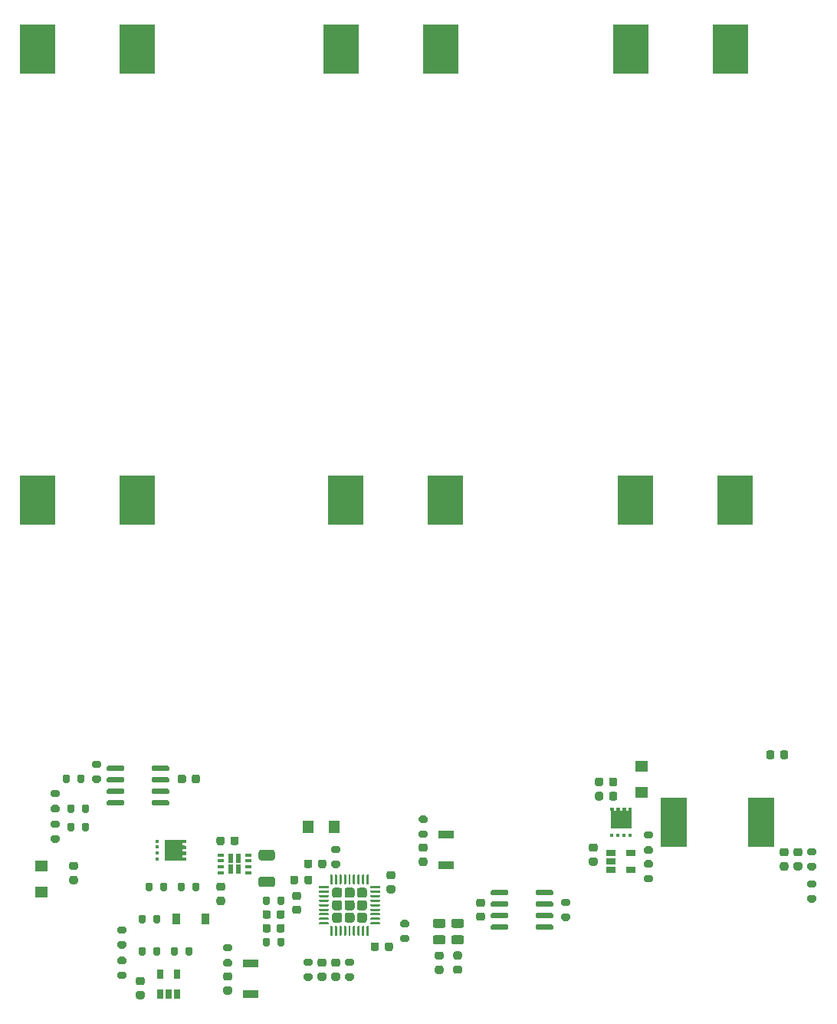
<source format=gbr>
%TF.GenerationSoftware,KiCad,Pcbnew,(5.1.8)-1*%
%TF.CreationDate,2022-01-18T09:11:41-03:30*%
%TF.ProjectId,beverageWarmer1,62657665-7261-4676-9557-61726d657231,rev?*%
%TF.SameCoordinates,Original*%
%TF.FileFunction,Paste,Top*%
%TF.FilePolarity,Positive*%
%FSLAX46Y46*%
G04 Gerber Fmt 4.6, Leading zero omitted, Abs format (unit mm)*
G04 Created by KiCad (PCBNEW (5.1.8)-1) date 2022-01-18 09:11:41*
%MOMM*%
%LPD*%
G01*
G04 APERTURE LIST*
%ADD10C,0.100000*%
%ADD11R,1.400000X1.300000*%
%ADD12R,0.900000X1.200000*%
%ADD13R,1.300000X1.400000*%
%ADD14R,2.900000X5.400000*%
%ADD15R,0.406400X0.304800*%
%ADD16R,0.431800X0.304800*%
%ADD17R,0.304800X0.406400*%
%ADD18R,0.304800X0.431800*%
%ADD19R,3.900000X5.500000*%
%ADD20R,1.700000X0.900000*%
%ADD21R,0.650000X0.350000*%
%ADD22R,0.600000X1.000000*%
%ADD23R,0.650000X1.060000*%
%ADD24R,1.060000X0.650000*%
G04 APERTURE END LIST*
D10*
%TO.C,Q1*%
G36*
X115265098Y-138065510D02*
G01*
X117475000Y-138064621D01*
X117474901Y-138369421D01*
X117068501Y-138369421D01*
X117068501Y-138714607D01*
X117474901Y-138714607D01*
X117474901Y-139019407D01*
X117068501Y-139019407D01*
X117068501Y-139364593D01*
X117474901Y-139364593D01*
X117474901Y-139669393D01*
X117068501Y-139669393D01*
X117068501Y-140014579D01*
X117474901Y-140014579D01*
X117474901Y-140319379D01*
X115265098Y-140318490D01*
X115265098Y-138065510D01*
G37*
X115265098Y-138065510D02*
X117475000Y-138064621D01*
X117474901Y-138369421D01*
X117068501Y-138369421D01*
X117068501Y-138714607D01*
X117474901Y-138714607D01*
X117474901Y-139019407D01*
X117068501Y-139019407D01*
X117068501Y-139364593D01*
X117474901Y-139364593D01*
X117474901Y-139669393D01*
X117068501Y-139669393D01*
X117068501Y-140014579D01*
X117474901Y-140014579D01*
X117474901Y-140319379D01*
X115265098Y-140318490D01*
X115265098Y-138065510D01*
%TO.C,Q4*%
G36*
X164481510Y-136702902D02*
G01*
X164480621Y-134493000D01*
X164785421Y-134493099D01*
X164785421Y-134899499D01*
X165130607Y-134899499D01*
X165130607Y-134493099D01*
X165435407Y-134493099D01*
X165435407Y-134899499D01*
X165780593Y-134899499D01*
X165780593Y-134493099D01*
X166085393Y-134493099D01*
X166085393Y-134899499D01*
X166430579Y-134899499D01*
X166430579Y-134493099D01*
X166735379Y-134493099D01*
X166734490Y-136702902D01*
X164481510Y-136702902D01*
G37*
X164481510Y-136702902D02*
X164480621Y-134493000D01*
X164785421Y-134493099D01*
X164785421Y-134899499D01*
X165130607Y-134899499D01*
X165130607Y-134493099D01*
X165435407Y-134493099D01*
X165435407Y-134899499D01*
X165780593Y-134899499D01*
X165780593Y-134493099D01*
X166085393Y-134493099D01*
X166085393Y-134899499D01*
X166430579Y-134899499D01*
X166430579Y-134493099D01*
X166735379Y-134493099D01*
X166734490Y-136702902D01*
X164481510Y-136702902D01*
%TD*%
%TO.C,U3*%
G36*
G01*
X108818000Y-130325000D02*
X108818000Y-130025000D01*
G75*
G02*
X108968000Y-129875000I150000J0D01*
G01*
X110618000Y-129875000D01*
G75*
G02*
X110768000Y-130025000I0J-150000D01*
G01*
X110768000Y-130325000D01*
G75*
G02*
X110618000Y-130475000I-150000J0D01*
G01*
X108968000Y-130475000D01*
G75*
G02*
X108818000Y-130325000I0J150000D01*
G01*
G37*
G36*
G01*
X108818000Y-131595000D02*
X108818000Y-131295000D01*
G75*
G02*
X108968000Y-131145000I150000J0D01*
G01*
X110618000Y-131145000D01*
G75*
G02*
X110768000Y-131295000I0J-150000D01*
G01*
X110768000Y-131595000D01*
G75*
G02*
X110618000Y-131745000I-150000J0D01*
G01*
X108968000Y-131745000D01*
G75*
G02*
X108818000Y-131595000I0J150000D01*
G01*
G37*
G36*
G01*
X108818000Y-132865000D02*
X108818000Y-132565000D01*
G75*
G02*
X108968000Y-132415000I150000J0D01*
G01*
X110618000Y-132415000D01*
G75*
G02*
X110768000Y-132565000I0J-150000D01*
G01*
X110768000Y-132865000D01*
G75*
G02*
X110618000Y-133015000I-150000J0D01*
G01*
X108968000Y-133015000D01*
G75*
G02*
X108818000Y-132865000I0J150000D01*
G01*
G37*
G36*
G01*
X108818000Y-134135000D02*
X108818000Y-133835000D01*
G75*
G02*
X108968000Y-133685000I150000J0D01*
G01*
X110618000Y-133685000D01*
G75*
G02*
X110768000Y-133835000I0J-150000D01*
G01*
X110768000Y-134135000D01*
G75*
G02*
X110618000Y-134285000I-150000J0D01*
G01*
X108968000Y-134285000D01*
G75*
G02*
X108818000Y-134135000I0J150000D01*
G01*
G37*
G36*
G01*
X113768000Y-134135000D02*
X113768000Y-133835000D01*
G75*
G02*
X113918000Y-133685000I150000J0D01*
G01*
X115568000Y-133685000D01*
G75*
G02*
X115718000Y-133835000I0J-150000D01*
G01*
X115718000Y-134135000D01*
G75*
G02*
X115568000Y-134285000I-150000J0D01*
G01*
X113918000Y-134285000D01*
G75*
G02*
X113768000Y-134135000I0J150000D01*
G01*
G37*
G36*
G01*
X113768000Y-132865000D02*
X113768000Y-132565000D01*
G75*
G02*
X113918000Y-132415000I150000J0D01*
G01*
X115568000Y-132415000D01*
G75*
G02*
X115718000Y-132565000I0J-150000D01*
G01*
X115718000Y-132865000D01*
G75*
G02*
X115568000Y-133015000I-150000J0D01*
G01*
X113918000Y-133015000D01*
G75*
G02*
X113768000Y-132865000I0J150000D01*
G01*
G37*
G36*
G01*
X113768000Y-131595000D02*
X113768000Y-131295000D01*
G75*
G02*
X113918000Y-131145000I150000J0D01*
G01*
X115568000Y-131145000D01*
G75*
G02*
X115718000Y-131295000I0J-150000D01*
G01*
X115718000Y-131595000D01*
G75*
G02*
X115568000Y-131745000I-150000J0D01*
G01*
X113918000Y-131745000D01*
G75*
G02*
X113768000Y-131595000I0J150000D01*
G01*
G37*
G36*
G01*
X113768000Y-130325000D02*
X113768000Y-130025000D01*
G75*
G02*
X113918000Y-129875000I150000J0D01*
G01*
X115568000Y-129875000D01*
G75*
G02*
X115718000Y-130025000I0J-150000D01*
G01*
X115718000Y-130325000D01*
G75*
G02*
X115568000Y-130475000I-150000J0D01*
G01*
X113918000Y-130475000D01*
G75*
G02*
X113768000Y-130325000I0J150000D01*
G01*
G37*
%TD*%
%TO.C,R9*%
G36*
G01*
X145091999Y-148585500D02*
X145992001Y-148585500D01*
G75*
G02*
X146242000Y-148835499I0J-249999D01*
G01*
X146242000Y-149360501D01*
G75*
G02*
X145992001Y-149610500I-249999J0D01*
G01*
X145091999Y-149610500D01*
G75*
G02*
X144842000Y-149360501I0J249999D01*
G01*
X144842000Y-148835499D01*
G75*
G02*
X145091999Y-148585500I249999J0D01*
G01*
G37*
G36*
G01*
X145091999Y-146760500D02*
X145992001Y-146760500D01*
G75*
G02*
X146242000Y-147010499I0J-249999D01*
G01*
X146242000Y-147535501D01*
G75*
G02*
X145992001Y-147785500I-249999J0D01*
G01*
X145091999Y-147785500D01*
G75*
G02*
X144842000Y-147535501I0J249999D01*
G01*
X144842000Y-147010499D01*
G75*
G02*
X145091999Y-146760500I249999J0D01*
G01*
G37*
%TD*%
%TO.C,R8*%
G36*
G01*
X147123999Y-148585500D02*
X148024001Y-148585500D01*
G75*
G02*
X148274000Y-148835499I0J-249999D01*
G01*
X148274000Y-149360501D01*
G75*
G02*
X148024001Y-149610500I-249999J0D01*
G01*
X147123999Y-149610500D01*
G75*
G02*
X146874000Y-149360501I0J249999D01*
G01*
X146874000Y-148835499D01*
G75*
G02*
X147123999Y-148585500I249999J0D01*
G01*
G37*
G36*
G01*
X147123999Y-146760500D02*
X148024001Y-146760500D01*
G75*
G02*
X148274000Y-147010499I0J-249999D01*
G01*
X148274000Y-147535501D01*
G75*
G02*
X148024001Y-147785500I-249999J0D01*
G01*
X147123999Y-147785500D01*
G75*
G02*
X146874000Y-147535501I0J249999D01*
G01*
X146874000Y-147010499D01*
G75*
G02*
X147123999Y-146760500I249999J0D01*
G01*
G37*
%TD*%
%TO.C,C1*%
G36*
G01*
X122486000Y-138426000D02*
X122486000Y-137926000D01*
G75*
G02*
X122711000Y-137701000I225000J0D01*
G01*
X123161000Y-137701000D01*
G75*
G02*
X123386000Y-137926000I0J-225000D01*
G01*
X123386000Y-138426000D01*
G75*
G02*
X123161000Y-138651000I-225000J0D01*
G01*
X122711000Y-138651000D01*
G75*
G02*
X122486000Y-138426000I0J225000D01*
G01*
G37*
G36*
G01*
X120936000Y-138426000D02*
X120936000Y-137926000D01*
G75*
G02*
X121161000Y-137701000I225000J0D01*
G01*
X121611000Y-137701000D01*
G75*
G02*
X121836000Y-137926000I0J-225000D01*
G01*
X121836000Y-138426000D01*
G75*
G02*
X121611000Y-138651000I-225000J0D01*
G01*
X121161000Y-138651000D01*
G75*
G02*
X120936000Y-138426000I0J225000D01*
G01*
G37*
%TD*%
%TO.C,C2*%
G36*
G01*
X121662000Y-143706000D02*
X121162000Y-143706000D01*
G75*
G02*
X120937000Y-143481000I0J225000D01*
G01*
X120937000Y-143031000D01*
G75*
G02*
X121162000Y-142806000I225000J0D01*
G01*
X121662000Y-142806000D01*
G75*
G02*
X121887000Y-143031000I0J-225000D01*
G01*
X121887000Y-143481000D01*
G75*
G02*
X121662000Y-143706000I-225000J0D01*
G01*
G37*
G36*
G01*
X121662000Y-145256000D02*
X121162000Y-145256000D01*
G75*
G02*
X120937000Y-145031000I0J225000D01*
G01*
X120937000Y-144581000D01*
G75*
G02*
X121162000Y-144356000I225000J0D01*
G01*
X121662000Y-144356000D01*
G75*
G02*
X121887000Y-144581000I0J-225000D01*
G01*
X121887000Y-145031000D01*
G75*
G02*
X121662000Y-145256000I-225000J0D01*
G01*
G37*
%TD*%
%TO.C,C3*%
G36*
G01*
X112772000Y-154107000D02*
X112272000Y-154107000D01*
G75*
G02*
X112047000Y-153882000I0J225000D01*
G01*
X112047000Y-153432000D01*
G75*
G02*
X112272000Y-153207000I225000J0D01*
G01*
X112772000Y-153207000D01*
G75*
G02*
X112997000Y-153432000I0J-225000D01*
G01*
X112997000Y-153882000D01*
G75*
G02*
X112772000Y-154107000I-225000J0D01*
G01*
G37*
G36*
G01*
X112772000Y-155657000D02*
X112272000Y-155657000D01*
G75*
G02*
X112047000Y-155432000I0J225000D01*
G01*
X112047000Y-154982000D01*
G75*
G02*
X112272000Y-154757000I225000J0D01*
G01*
X112772000Y-154757000D01*
G75*
G02*
X112997000Y-154982000I0J-225000D01*
G01*
X112997000Y-155432000D01*
G75*
G02*
X112772000Y-155657000I-225000J0D01*
G01*
G37*
%TD*%
%TO.C,C4*%
G36*
G01*
X127142001Y-143274000D02*
X125841999Y-143274000D01*
G75*
G02*
X125592000Y-143024001I0J249999D01*
G01*
X125592000Y-142373999D01*
G75*
G02*
X125841999Y-142124000I249999J0D01*
G01*
X127142001Y-142124000D01*
G75*
G02*
X127392000Y-142373999I0J-249999D01*
G01*
X127392000Y-143024001D01*
G75*
G02*
X127142001Y-143274000I-249999J0D01*
G01*
G37*
G36*
G01*
X127142001Y-140324000D02*
X125841999Y-140324000D01*
G75*
G02*
X125592000Y-140074001I0J249999D01*
G01*
X125592000Y-139423999D01*
G75*
G02*
X125841999Y-139174000I249999J0D01*
G01*
X127142001Y-139174000D01*
G75*
G02*
X127392000Y-139423999I0J-249999D01*
G01*
X127392000Y-140074001D01*
G75*
G02*
X127142001Y-140324000I-249999J0D01*
G01*
G37*
%TD*%
%TO.C,C5*%
G36*
G01*
X130614000Y-140966000D02*
X130614000Y-140466000D01*
G75*
G02*
X130839000Y-140241000I225000J0D01*
G01*
X131289000Y-140241000D01*
G75*
G02*
X131514000Y-140466000I0J-225000D01*
G01*
X131514000Y-140966000D01*
G75*
G02*
X131289000Y-141191000I-225000J0D01*
G01*
X130839000Y-141191000D01*
G75*
G02*
X130614000Y-140966000I0J225000D01*
G01*
G37*
G36*
G01*
X132164000Y-140966000D02*
X132164000Y-140466000D01*
G75*
G02*
X132389000Y-140241000I225000J0D01*
G01*
X132839000Y-140241000D01*
G75*
G02*
X133064000Y-140466000I0J-225000D01*
G01*
X133064000Y-140966000D01*
G75*
G02*
X132839000Y-141191000I-225000J0D01*
G01*
X132389000Y-141191000D01*
G75*
G02*
X132164000Y-140966000I0J225000D01*
G01*
G37*
%TD*%
%TO.C,C6*%
G36*
G01*
X139958000Y-141523000D02*
X140458000Y-141523000D01*
G75*
G02*
X140683000Y-141748000I0J-225000D01*
G01*
X140683000Y-142198000D01*
G75*
G02*
X140458000Y-142423000I-225000J0D01*
G01*
X139958000Y-142423000D01*
G75*
G02*
X139733000Y-142198000I0J225000D01*
G01*
X139733000Y-141748000D01*
G75*
G02*
X139958000Y-141523000I225000J0D01*
G01*
G37*
G36*
G01*
X139958000Y-143073000D02*
X140458000Y-143073000D01*
G75*
G02*
X140683000Y-143298000I0J-225000D01*
G01*
X140683000Y-143748000D01*
G75*
G02*
X140458000Y-143973000I-225000J0D01*
G01*
X139958000Y-143973000D01*
G75*
G02*
X139733000Y-143748000I0J225000D01*
G01*
X139733000Y-143298000D01*
G75*
G02*
X139958000Y-143073000I225000J0D01*
G01*
G37*
%TD*%
%TO.C,C7*%
G36*
G01*
X138880000Y-149610000D02*
X138880000Y-150110000D01*
G75*
G02*
X138655000Y-150335000I-225000J0D01*
G01*
X138205000Y-150335000D01*
G75*
G02*
X137980000Y-150110000I0J225000D01*
G01*
X137980000Y-149610000D01*
G75*
G02*
X138205000Y-149385000I225000J0D01*
G01*
X138655000Y-149385000D01*
G75*
G02*
X138880000Y-149610000I0J-225000D01*
G01*
G37*
G36*
G01*
X140430000Y-149610000D02*
X140430000Y-150110000D01*
G75*
G02*
X140205000Y-150335000I-225000J0D01*
G01*
X139755000Y-150335000D01*
G75*
G02*
X139530000Y-150110000I0J225000D01*
G01*
X139530000Y-149610000D01*
G75*
G02*
X139755000Y-149385000I225000J0D01*
G01*
X140205000Y-149385000D01*
G75*
G02*
X140430000Y-149610000I0J-225000D01*
G01*
G37*
%TD*%
%TO.C,C8*%
G36*
G01*
X149864000Y-144558000D02*
X150364000Y-144558000D01*
G75*
G02*
X150589000Y-144783000I0J-225000D01*
G01*
X150589000Y-145233000D01*
G75*
G02*
X150364000Y-145458000I-225000J0D01*
G01*
X149864000Y-145458000D01*
G75*
G02*
X149639000Y-145233000I0J225000D01*
G01*
X149639000Y-144783000D01*
G75*
G02*
X149864000Y-144558000I225000J0D01*
G01*
G37*
G36*
G01*
X149864000Y-146108000D02*
X150364000Y-146108000D01*
G75*
G02*
X150589000Y-146333000I0J-225000D01*
G01*
X150589000Y-146783000D01*
G75*
G02*
X150364000Y-147008000I-225000J0D01*
G01*
X149864000Y-147008000D01*
G75*
G02*
X149639000Y-146783000I0J225000D01*
G01*
X149639000Y-146333000D01*
G75*
G02*
X149864000Y-146108000I225000J0D01*
G01*
G37*
%TD*%
%TO.C,C9*%
G36*
G01*
X130044000Y-146246000D02*
X129544000Y-146246000D01*
G75*
G02*
X129319000Y-146021000I0J225000D01*
G01*
X129319000Y-145571000D01*
G75*
G02*
X129544000Y-145346000I225000J0D01*
G01*
X130044000Y-145346000D01*
G75*
G02*
X130269000Y-145571000I0J-225000D01*
G01*
X130269000Y-146021000D01*
G75*
G02*
X130044000Y-146246000I-225000J0D01*
G01*
G37*
G36*
G01*
X130044000Y-144696000D02*
X129544000Y-144696000D01*
G75*
G02*
X129319000Y-144471000I0J225000D01*
G01*
X129319000Y-144021000D01*
G75*
G02*
X129544000Y-143796000I225000J0D01*
G01*
X130044000Y-143796000D01*
G75*
G02*
X130269000Y-144021000I0J-225000D01*
G01*
X130269000Y-144471000D01*
G75*
G02*
X130044000Y-144696000I-225000J0D01*
G01*
G37*
%TD*%
%TO.C,C10*%
G36*
G01*
X127579000Y-148078000D02*
X127579000Y-147578000D01*
G75*
G02*
X127804000Y-147353000I225000J0D01*
G01*
X128254000Y-147353000D01*
G75*
G02*
X128479000Y-147578000I0J-225000D01*
G01*
X128479000Y-148078000D01*
G75*
G02*
X128254000Y-148303000I-225000J0D01*
G01*
X127804000Y-148303000D01*
G75*
G02*
X127579000Y-148078000I0J225000D01*
G01*
G37*
G36*
G01*
X126029000Y-148078000D02*
X126029000Y-147578000D01*
G75*
G02*
X126254000Y-147353000I225000J0D01*
G01*
X126704000Y-147353000D01*
G75*
G02*
X126929000Y-147578000I0J-225000D01*
G01*
X126929000Y-148078000D01*
G75*
G02*
X126704000Y-148303000I-225000J0D01*
G01*
X126254000Y-148303000D01*
G75*
G02*
X126029000Y-148078000I0J225000D01*
G01*
G37*
%TD*%
%TO.C,C11*%
G36*
G01*
X126029000Y-146554000D02*
X126029000Y-146054000D01*
G75*
G02*
X126254000Y-145829000I225000J0D01*
G01*
X126704000Y-145829000D01*
G75*
G02*
X126929000Y-146054000I0J-225000D01*
G01*
X126929000Y-146554000D01*
G75*
G02*
X126704000Y-146779000I-225000J0D01*
G01*
X126254000Y-146779000D01*
G75*
G02*
X126029000Y-146554000I0J225000D01*
G01*
G37*
G36*
G01*
X127579000Y-146554000D02*
X127579000Y-146054000D01*
G75*
G02*
X127804000Y-145829000I225000J0D01*
G01*
X128254000Y-145829000D01*
G75*
G02*
X128479000Y-146054000I0J-225000D01*
G01*
X128479000Y-146554000D01*
G75*
G02*
X128254000Y-146779000I-225000J0D01*
G01*
X127804000Y-146779000D01*
G75*
G02*
X127579000Y-146554000I0J225000D01*
G01*
G37*
%TD*%
%TO.C,C12*%
G36*
G01*
X134362000Y-152075000D02*
X133862000Y-152075000D01*
G75*
G02*
X133637000Y-151850000I0J225000D01*
G01*
X133637000Y-151400000D01*
G75*
G02*
X133862000Y-151175000I225000J0D01*
G01*
X134362000Y-151175000D01*
G75*
G02*
X134587000Y-151400000I0J-225000D01*
G01*
X134587000Y-151850000D01*
G75*
G02*
X134362000Y-152075000I-225000J0D01*
G01*
G37*
G36*
G01*
X134362000Y-153625000D02*
X133862000Y-153625000D01*
G75*
G02*
X133637000Y-153400000I0J225000D01*
G01*
X133637000Y-152950000D01*
G75*
G02*
X133862000Y-152725000I225000J0D01*
G01*
X134362000Y-152725000D01*
G75*
G02*
X134587000Y-152950000I0J-225000D01*
G01*
X134587000Y-153400000D01*
G75*
G02*
X134362000Y-153625000I-225000J0D01*
G01*
G37*
%TD*%
%TO.C,C13*%
G36*
G01*
X132838000Y-153625000D02*
X132338000Y-153625000D01*
G75*
G02*
X132113000Y-153400000I0J225000D01*
G01*
X132113000Y-152950000D01*
G75*
G02*
X132338000Y-152725000I225000J0D01*
G01*
X132838000Y-152725000D01*
G75*
G02*
X133063000Y-152950000I0J-225000D01*
G01*
X133063000Y-153400000D01*
G75*
G02*
X132838000Y-153625000I-225000J0D01*
G01*
G37*
G36*
G01*
X132838000Y-152075000D02*
X132338000Y-152075000D01*
G75*
G02*
X132113000Y-151850000I0J225000D01*
G01*
X132113000Y-151400000D01*
G75*
G02*
X132338000Y-151175000I225000J0D01*
G01*
X132838000Y-151175000D01*
G75*
G02*
X133063000Y-151400000I0J-225000D01*
G01*
X133063000Y-151850000D01*
G75*
G02*
X132838000Y-152075000I-225000J0D01*
G01*
G37*
%TD*%
%TO.C,C14*%
G36*
G01*
X144014000Y-140938000D02*
X143514000Y-140938000D01*
G75*
G02*
X143289000Y-140713000I0J225000D01*
G01*
X143289000Y-140263000D01*
G75*
G02*
X143514000Y-140038000I225000J0D01*
G01*
X144014000Y-140038000D01*
G75*
G02*
X144239000Y-140263000I0J-225000D01*
G01*
X144239000Y-140713000D01*
G75*
G02*
X144014000Y-140938000I-225000J0D01*
G01*
G37*
G36*
G01*
X144014000Y-139388000D02*
X143514000Y-139388000D01*
G75*
G02*
X143289000Y-139163000I0J225000D01*
G01*
X143289000Y-138713000D01*
G75*
G02*
X143514000Y-138488000I225000J0D01*
G01*
X144014000Y-138488000D01*
G75*
G02*
X144239000Y-138713000I0J-225000D01*
G01*
X144239000Y-139163000D01*
G75*
G02*
X144014000Y-139388000I-225000J0D01*
G01*
G37*
%TD*%
%TO.C,C15*%
G36*
G01*
X164307400Y-133498400D02*
X164307400Y-132998400D01*
G75*
G02*
X164532400Y-132773400I225000J0D01*
G01*
X164982400Y-132773400D01*
G75*
G02*
X165207400Y-132998400I0J-225000D01*
G01*
X165207400Y-133498400D01*
G75*
G02*
X164982400Y-133723400I-225000J0D01*
G01*
X164532400Y-133723400D01*
G75*
G02*
X164307400Y-133498400I0J225000D01*
G01*
G37*
G36*
G01*
X162757400Y-133498400D02*
X162757400Y-132998400D01*
G75*
G02*
X162982400Y-132773400I225000J0D01*
G01*
X163432400Y-132773400D01*
G75*
G02*
X163657400Y-132998400I0J-225000D01*
G01*
X163657400Y-133498400D01*
G75*
G02*
X163432400Y-133723400I-225000J0D01*
G01*
X162982400Y-133723400D01*
G75*
G02*
X162757400Y-133498400I0J225000D01*
G01*
G37*
%TD*%
%TO.C,C16*%
G36*
G01*
X183892000Y-139896000D02*
X183392000Y-139896000D01*
G75*
G02*
X183167000Y-139671000I0J225000D01*
G01*
X183167000Y-139221000D01*
G75*
G02*
X183392000Y-138996000I225000J0D01*
G01*
X183892000Y-138996000D01*
G75*
G02*
X184117000Y-139221000I0J-225000D01*
G01*
X184117000Y-139671000D01*
G75*
G02*
X183892000Y-139896000I-225000J0D01*
G01*
G37*
G36*
G01*
X183892000Y-141446000D02*
X183392000Y-141446000D01*
G75*
G02*
X183167000Y-141221000I0J225000D01*
G01*
X183167000Y-140771000D01*
G75*
G02*
X183392000Y-140546000I225000J0D01*
G01*
X183892000Y-140546000D01*
G75*
G02*
X184117000Y-140771000I0J-225000D01*
G01*
X184117000Y-141221000D01*
G75*
G02*
X183892000Y-141446000I-225000J0D01*
G01*
G37*
%TD*%
%TO.C,C17*%
G36*
G01*
X122424000Y-153599000D02*
X121924000Y-153599000D01*
G75*
G02*
X121699000Y-153374000I0J225000D01*
G01*
X121699000Y-152924000D01*
G75*
G02*
X121924000Y-152699000I225000J0D01*
G01*
X122424000Y-152699000D01*
G75*
G02*
X122649000Y-152924000I0J-225000D01*
G01*
X122649000Y-153374000D01*
G75*
G02*
X122424000Y-153599000I-225000J0D01*
G01*
G37*
G36*
G01*
X122424000Y-155149000D02*
X121924000Y-155149000D01*
G75*
G02*
X121699000Y-154924000I0J225000D01*
G01*
X121699000Y-154474000D01*
G75*
G02*
X121924000Y-154249000I225000J0D01*
G01*
X122424000Y-154249000D01*
G75*
G02*
X122649000Y-154474000I0J-225000D01*
G01*
X122649000Y-154924000D01*
G75*
G02*
X122424000Y-155149000I-225000J0D01*
G01*
G37*
%TD*%
%TO.C,C18*%
G36*
G01*
X162310000Y-138475000D02*
X162810000Y-138475000D01*
G75*
G02*
X163035000Y-138700000I0J-225000D01*
G01*
X163035000Y-139150000D01*
G75*
G02*
X162810000Y-139375000I-225000J0D01*
G01*
X162310000Y-139375000D01*
G75*
G02*
X162085000Y-139150000I0J225000D01*
G01*
X162085000Y-138700000D01*
G75*
G02*
X162310000Y-138475000I225000J0D01*
G01*
G37*
G36*
G01*
X162310000Y-140025000D02*
X162810000Y-140025000D01*
G75*
G02*
X163035000Y-140250000I0J-225000D01*
G01*
X163035000Y-140700000D01*
G75*
G02*
X162810000Y-140925000I-225000J0D01*
G01*
X162310000Y-140925000D01*
G75*
G02*
X162085000Y-140700000I0J225000D01*
G01*
X162085000Y-140250000D01*
G75*
G02*
X162310000Y-140025000I225000J0D01*
G01*
G37*
%TD*%
%TO.C,C19*%
G36*
G01*
X116664020Y-131595940D02*
X116664020Y-131095940D01*
G75*
G02*
X116889020Y-130870940I225000J0D01*
G01*
X117339020Y-130870940D01*
G75*
G02*
X117564020Y-131095940I0J-225000D01*
G01*
X117564020Y-131595940D01*
G75*
G02*
X117339020Y-131820940I-225000J0D01*
G01*
X116889020Y-131820940D01*
G75*
G02*
X116664020Y-131595940I0J225000D01*
G01*
G37*
G36*
G01*
X118214020Y-131595940D02*
X118214020Y-131095940D01*
G75*
G02*
X118439020Y-130870940I225000J0D01*
G01*
X118889020Y-130870940D01*
G75*
G02*
X119114020Y-131095940I0J-225000D01*
G01*
X119114020Y-131595940D01*
G75*
G02*
X118889020Y-131820940I-225000J0D01*
G01*
X118439020Y-131820940D01*
G75*
G02*
X118214020Y-131595940I0J225000D01*
G01*
G37*
%TD*%
D11*
%TO.C,D1*%
X101600000Y-140970000D03*
X101600000Y-143870000D03*
%TD*%
D12*
%TO.C,D2*%
X116460000Y-146812000D03*
X119760000Y-146812000D03*
%TD*%
%TO.C,D3*%
G36*
G01*
X147830250Y-152837500D02*
X147317750Y-152837500D01*
G75*
G02*
X147099000Y-152618750I0J218750D01*
G01*
X147099000Y-152181250D01*
G75*
G02*
X147317750Y-151962500I218750J0D01*
G01*
X147830250Y-151962500D01*
G75*
G02*
X148049000Y-152181250I0J-218750D01*
G01*
X148049000Y-152618750D01*
G75*
G02*
X147830250Y-152837500I-218750J0D01*
G01*
G37*
G36*
G01*
X147830250Y-151262500D02*
X147317750Y-151262500D01*
G75*
G02*
X147099000Y-151043750I0J218750D01*
G01*
X147099000Y-150606250D01*
G75*
G02*
X147317750Y-150387500I218750J0D01*
G01*
X147830250Y-150387500D01*
G75*
G02*
X148049000Y-150606250I0J-218750D01*
G01*
X148049000Y-151043750D01*
G75*
G02*
X147830250Y-151262500I-218750J0D01*
G01*
G37*
%TD*%
%TO.C,D4*%
G36*
G01*
X145798250Y-151288000D02*
X145285750Y-151288000D01*
G75*
G02*
X145067000Y-151069250I0J218750D01*
G01*
X145067000Y-150631750D01*
G75*
G02*
X145285750Y-150413000I218750J0D01*
G01*
X145798250Y-150413000D01*
G75*
G02*
X146017000Y-150631750I0J-218750D01*
G01*
X146017000Y-151069250D01*
G75*
G02*
X145798250Y-151288000I-218750J0D01*
G01*
G37*
G36*
G01*
X145798250Y-152863000D02*
X145285750Y-152863000D01*
G75*
G02*
X145067000Y-152644250I0J218750D01*
G01*
X145067000Y-152206750D01*
G75*
G02*
X145285750Y-151988000I218750J0D01*
G01*
X145798250Y-151988000D01*
G75*
G02*
X146017000Y-152206750I0J-218750D01*
G01*
X146017000Y-152644250D01*
G75*
G02*
X145798250Y-152863000I-218750J0D01*
G01*
G37*
%TD*%
D13*
%TO.C,D5*%
X133964000Y-136652000D03*
X131064000Y-136652000D03*
%TD*%
D11*
%TO.C,D6*%
X167894000Y-132842000D03*
X167894000Y-129942000D03*
%TD*%
%TO.C,F1*%
G36*
G01*
X105412250Y-142957000D02*
X104899750Y-142957000D01*
G75*
G02*
X104681000Y-142738250I0J218750D01*
G01*
X104681000Y-142300750D01*
G75*
G02*
X104899750Y-142082000I218750J0D01*
G01*
X105412250Y-142082000D01*
G75*
G02*
X105631000Y-142300750I0J-218750D01*
G01*
X105631000Y-142738250D01*
G75*
G02*
X105412250Y-142957000I-218750J0D01*
G01*
G37*
G36*
G01*
X105412250Y-141382000D02*
X104899750Y-141382000D01*
G75*
G02*
X104681000Y-141163250I0J218750D01*
G01*
X104681000Y-140725750D01*
G75*
G02*
X104899750Y-140507000I218750J0D01*
G01*
X105412250Y-140507000D01*
G75*
G02*
X105631000Y-140725750I0J-218750D01*
G01*
X105631000Y-141163250D01*
G75*
G02*
X105412250Y-141382000I-218750J0D01*
G01*
G37*
%TD*%
%TO.C,FB1*%
G36*
G01*
X129077000Y-142750250D02*
X129077000Y-142237750D01*
G75*
G02*
X129295750Y-142019000I218750J0D01*
G01*
X129733250Y-142019000D01*
G75*
G02*
X129952000Y-142237750I0J-218750D01*
G01*
X129952000Y-142750250D01*
G75*
G02*
X129733250Y-142969000I-218750J0D01*
G01*
X129295750Y-142969000D01*
G75*
G02*
X129077000Y-142750250I0J218750D01*
G01*
G37*
G36*
G01*
X130652000Y-142750250D02*
X130652000Y-142237750D01*
G75*
G02*
X130870750Y-142019000I218750J0D01*
G01*
X131308250Y-142019000D01*
G75*
G02*
X131527000Y-142237750I0J-218750D01*
G01*
X131527000Y-142750250D01*
G75*
G02*
X131308250Y-142969000I-218750J0D01*
G01*
X130870750Y-142969000D01*
G75*
G02*
X130652000Y-142750250I0J218750D01*
G01*
G37*
%TD*%
D14*
%TO.C,L1*%
X171426000Y-136144000D03*
X181126000Y-136144000D03*
%TD*%
D15*
%TO.C,Q1*%
X117271701Y-138217021D03*
X117271701Y-138867007D03*
X117271701Y-139516993D03*
X117271701Y-140166979D03*
D16*
X114388999Y-140166979D03*
X114388999Y-139516993D03*
X114388999Y-138867007D03*
X114388999Y-138217021D03*
%TD*%
D17*
%TO.C,Q4*%
X164633021Y-134696299D03*
X165283007Y-134696299D03*
X165932993Y-134696299D03*
X166582979Y-134696299D03*
D18*
X166582979Y-137579001D03*
X165932993Y-137579001D03*
X165283007Y-137579001D03*
X164633021Y-137579001D03*
%TD*%
%TO.C,R1*%
G36*
G01*
X134387000Y-139529000D02*
X133837000Y-139529000D01*
G75*
G02*
X133637000Y-139329000I0J200000D01*
G01*
X133637000Y-138929000D01*
G75*
G02*
X133837000Y-138729000I200000J0D01*
G01*
X134387000Y-138729000D01*
G75*
G02*
X134587000Y-138929000I0J-200000D01*
G01*
X134587000Y-139329000D01*
G75*
G02*
X134387000Y-139529000I-200000J0D01*
G01*
G37*
G36*
G01*
X134387000Y-141179000D02*
X133837000Y-141179000D01*
G75*
G02*
X133637000Y-140979000I0J200000D01*
G01*
X133637000Y-140579000D01*
G75*
G02*
X133837000Y-140379000I200000J0D01*
G01*
X134387000Y-140379000D01*
G75*
G02*
X134587000Y-140579000I0J-200000D01*
G01*
X134587000Y-140979000D01*
G75*
G02*
X134387000Y-141179000I-200000J0D01*
G01*
G37*
%TD*%
%TO.C,R2*%
G36*
G01*
X114725000Y-143531000D02*
X114725000Y-142981000D01*
G75*
G02*
X114925000Y-142781000I200000J0D01*
G01*
X115325000Y-142781000D01*
G75*
G02*
X115525000Y-142981000I0J-200000D01*
G01*
X115525000Y-143531000D01*
G75*
G02*
X115325000Y-143731000I-200000J0D01*
G01*
X114925000Y-143731000D01*
G75*
G02*
X114725000Y-143531000I0J200000D01*
G01*
G37*
G36*
G01*
X113075000Y-143531000D02*
X113075000Y-142981000D01*
G75*
G02*
X113275000Y-142781000I200000J0D01*
G01*
X113675000Y-142781000D01*
G75*
G02*
X113875000Y-142981000I0J-200000D01*
G01*
X113875000Y-143531000D01*
G75*
G02*
X113675000Y-143731000I-200000J0D01*
G01*
X113275000Y-143731000D01*
G75*
G02*
X113075000Y-143531000I0J200000D01*
G01*
G37*
%TD*%
%TO.C,R3*%
G36*
G01*
X116631000Y-143531000D02*
X116631000Y-142981000D01*
G75*
G02*
X116831000Y-142781000I200000J0D01*
G01*
X117231000Y-142781000D01*
G75*
G02*
X117431000Y-142981000I0J-200000D01*
G01*
X117431000Y-143531000D01*
G75*
G02*
X117231000Y-143731000I-200000J0D01*
G01*
X116831000Y-143731000D01*
G75*
G02*
X116631000Y-143531000I0J200000D01*
G01*
G37*
G36*
G01*
X118281000Y-143531000D02*
X118281000Y-142981000D01*
G75*
G02*
X118481000Y-142781000I200000J0D01*
G01*
X118881000Y-142781000D01*
G75*
G02*
X119081000Y-142981000I0J-200000D01*
G01*
X119081000Y-143531000D01*
G75*
G02*
X118881000Y-143731000I-200000J0D01*
G01*
X118481000Y-143731000D01*
G75*
G02*
X118281000Y-143531000I0J200000D01*
G01*
G37*
%TD*%
%TO.C,R4*%
G36*
G01*
X112313000Y-147087000D02*
X112313000Y-146537000D01*
G75*
G02*
X112513000Y-146337000I200000J0D01*
G01*
X112913000Y-146337000D01*
G75*
G02*
X113113000Y-146537000I0J-200000D01*
G01*
X113113000Y-147087000D01*
G75*
G02*
X112913000Y-147287000I-200000J0D01*
G01*
X112513000Y-147287000D01*
G75*
G02*
X112313000Y-147087000I0J200000D01*
G01*
G37*
G36*
G01*
X113963000Y-147087000D02*
X113963000Y-146537000D01*
G75*
G02*
X114163000Y-146337000I200000J0D01*
G01*
X114563000Y-146337000D01*
G75*
G02*
X114763000Y-146537000I0J-200000D01*
G01*
X114763000Y-147087000D01*
G75*
G02*
X114563000Y-147287000I-200000J0D01*
G01*
X114163000Y-147287000D01*
G75*
G02*
X113963000Y-147087000I0J200000D01*
G01*
G37*
%TD*%
%TO.C,R5*%
G36*
G01*
X113963000Y-150643000D02*
X113963000Y-150093000D01*
G75*
G02*
X114163000Y-149893000I200000J0D01*
G01*
X114563000Y-149893000D01*
G75*
G02*
X114763000Y-150093000I0J-200000D01*
G01*
X114763000Y-150643000D01*
G75*
G02*
X114563000Y-150843000I-200000J0D01*
G01*
X114163000Y-150843000D01*
G75*
G02*
X113963000Y-150643000I0J200000D01*
G01*
G37*
G36*
G01*
X112313000Y-150643000D02*
X112313000Y-150093000D01*
G75*
G02*
X112513000Y-149893000I200000J0D01*
G01*
X112913000Y-149893000D01*
G75*
G02*
X113113000Y-150093000I0J-200000D01*
G01*
X113113000Y-150643000D01*
G75*
G02*
X112913000Y-150843000I-200000J0D01*
G01*
X112513000Y-150843000D01*
G75*
G02*
X112313000Y-150643000I0J200000D01*
G01*
G37*
%TD*%
%TO.C,R6*%
G36*
G01*
X115869000Y-150643000D02*
X115869000Y-150093000D01*
G75*
G02*
X116069000Y-149893000I200000J0D01*
G01*
X116469000Y-149893000D01*
G75*
G02*
X116669000Y-150093000I0J-200000D01*
G01*
X116669000Y-150643000D01*
G75*
G02*
X116469000Y-150843000I-200000J0D01*
G01*
X116069000Y-150843000D01*
G75*
G02*
X115869000Y-150643000I0J200000D01*
G01*
G37*
G36*
G01*
X117519000Y-150643000D02*
X117519000Y-150093000D01*
G75*
G02*
X117719000Y-149893000I200000J0D01*
G01*
X118119000Y-149893000D01*
G75*
G02*
X118319000Y-150093000I0J-200000D01*
G01*
X118319000Y-150643000D01*
G75*
G02*
X118119000Y-150843000I-200000J0D01*
G01*
X117719000Y-150843000D01*
G75*
G02*
X117519000Y-150643000I0J200000D01*
G01*
G37*
%TD*%
%TO.C,R7*%
G36*
G01*
X110765000Y-153434000D02*
X110215000Y-153434000D01*
G75*
G02*
X110015000Y-153234000I0J200000D01*
G01*
X110015000Y-152834000D01*
G75*
G02*
X110215000Y-152634000I200000J0D01*
G01*
X110765000Y-152634000D01*
G75*
G02*
X110965000Y-152834000I0J-200000D01*
G01*
X110965000Y-153234000D01*
G75*
G02*
X110765000Y-153434000I-200000J0D01*
G01*
G37*
G36*
G01*
X110765000Y-151784000D02*
X110215000Y-151784000D01*
G75*
G02*
X110015000Y-151584000I0J200000D01*
G01*
X110015000Y-151184000D01*
G75*
G02*
X110215000Y-150984000I200000J0D01*
G01*
X110765000Y-150984000D01*
G75*
G02*
X110965000Y-151184000I0J-200000D01*
G01*
X110965000Y-151584000D01*
G75*
G02*
X110765000Y-151784000I-200000J0D01*
G01*
G37*
%TD*%
%TO.C,R10*%
G36*
G01*
X110215000Y-147619000D02*
X110765000Y-147619000D01*
G75*
G02*
X110965000Y-147819000I0J-200000D01*
G01*
X110965000Y-148219000D01*
G75*
G02*
X110765000Y-148419000I-200000J0D01*
G01*
X110215000Y-148419000D01*
G75*
G02*
X110015000Y-148219000I0J200000D01*
G01*
X110015000Y-147819000D01*
G75*
G02*
X110215000Y-147619000I200000J0D01*
G01*
G37*
G36*
G01*
X110215000Y-149269000D02*
X110765000Y-149269000D01*
G75*
G02*
X110965000Y-149469000I0J-200000D01*
G01*
X110965000Y-149869000D01*
G75*
G02*
X110765000Y-150069000I-200000J0D01*
G01*
X110215000Y-150069000D01*
G75*
G02*
X110015000Y-149869000I0J200000D01*
G01*
X110015000Y-149469000D01*
G75*
G02*
X110215000Y-149269000I200000J0D01*
G01*
G37*
%TD*%
%TO.C,R11*%
G36*
G01*
X143489000Y-137045601D02*
X144039000Y-137045601D01*
G75*
G02*
X144239000Y-137245601I0J-200000D01*
G01*
X144239000Y-137645601D01*
G75*
G02*
X144039000Y-137845601I-200000J0D01*
G01*
X143489000Y-137845601D01*
G75*
G02*
X143289000Y-137645601I0J200000D01*
G01*
X143289000Y-137245601D01*
G75*
G02*
X143489000Y-137045601I200000J0D01*
G01*
G37*
G36*
G01*
X143489000Y-135395601D02*
X144039000Y-135395601D01*
G75*
G02*
X144239000Y-135595601I0J-200000D01*
G01*
X144239000Y-135995601D01*
G75*
G02*
X144039000Y-136195601I-200000J0D01*
G01*
X143489000Y-136195601D01*
G75*
G02*
X143289000Y-135995601I0J200000D01*
G01*
X143289000Y-135595601D01*
G75*
G02*
X143489000Y-135395601I200000J0D01*
G01*
G37*
%TD*%
%TO.C,R12*%
G36*
G01*
X131339000Y-151975000D02*
X130789000Y-151975000D01*
G75*
G02*
X130589000Y-151775000I0J200000D01*
G01*
X130589000Y-151375000D01*
G75*
G02*
X130789000Y-151175000I200000J0D01*
G01*
X131339000Y-151175000D01*
G75*
G02*
X131539000Y-151375000I0J-200000D01*
G01*
X131539000Y-151775000D01*
G75*
G02*
X131339000Y-151975000I-200000J0D01*
G01*
G37*
G36*
G01*
X131339000Y-153625000D02*
X130789000Y-153625000D01*
G75*
G02*
X130589000Y-153425000I0J200000D01*
G01*
X130589000Y-153025000D01*
G75*
G02*
X130789000Y-152825000I200000J0D01*
G01*
X131339000Y-152825000D01*
G75*
G02*
X131539000Y-153025000I0J-200000D01*
G01*
X131539000Y-153425000D01*
G75*
G02*
X131339000Y-153625000I-200000J0D01*
G01*
G37*
%TD*%
%TO.C,R13*%
G36*
G01*
X159787000Y-147021000D02*
X159237000Y-147021000D01*
G75*
G02*
X159037000Y-146821000I0J200000D01*
G01*
X159037000Y-146421000D01*
G75*
G02*
X159237000Y-146221000I200000J0D01*
G01*
X159787000Y-146221000D01*
G75*
G02*
X159987000Y-146421000I0J-200000D01*
G01*
X159987000Y-146821000D01*
G75*
G02*
X159787000Y-147021000I-200000J0D01*
G01*
G37*
G36*
G01*
X159787000Y-145371000D02*
X159237000Y-145371000D01*
G75*
G02*
X159037000Y-145171000I0J200000D01*
G01*
X159037000Y-144771000D01*
G75*
G02*
X159237000Y-144571000I200000J0D01*
G01*
X159787000Y-144571000D01*
G75*
G02*
X159987000Y-144771000I0J-200000D01*
G01*
X159987000Y-145171000D01*
G75*
G02*
X159787000Y-145371000I-200000J0D01*
G01*
G37*
%TD*%
%TO.C,R14*%
G36*
G01*
X135911000Y-153625000D02*
X135361000Y-153625000D01*
G75*
G02*
X135161000Y-153425000I0J200000D01*
G01*
X135161000Y-153025000D01*
G75*
G02*
X135361000Y-152825000I200000J0D01*
G01*
X135911000Y-152825000D01*
G75*
G02*
X136111000Y-153025000I0J-200000D01*
G01*
X136111000Y-153425000D01*
G75*
G02*
X135911000Y-153625000I-200000J0D01*
G01*
G37*
G36*
G01*
X135911000Y-151975000D02*
X135361000Y-151975000D01*
G75*
G02*
X135161000Y-151775000I0J200000D01*
G01*
X135161000Y-151375000D01*
G75*
G02*
X135361000Y-151175000I200000J0D01*
G01*
X135911000Y-151175000D01*
G75*
G02*
X136111000Y-151375000I0J-200000D01*
G01*
X136111000Y-151775000D01*
G75*
G02*
X135911000Y-151975000I-200000J0D01*
G01*
G37*
%TD*%
%TO.C,R15*%
G36*
G01*
X127679000Y-145055000D02*
X127679000Y-144505000D01*
G75*
G02*
X127879000Y-144305000I200000J0D01*
G01*
X128279000Y-144305000D01*
G75*
G02*
X128479000Y-144505000I0J-200000D01*
G01*
X128479000Y-145055000D01*
G75*
G02*
X128279000Y-145255000I-200000J0D01*
G01*
X127879000Y-145255000D01*
G75*
G02*
X127679000Y-145055000I0J200000D01*
G01*
G37*
G36*
G01*
X126029000Y-145055000D02*
X126029000Y-144505000D01*
G75*
G02*
X126229000Y-144305000I200000J0D01*
G01*
X126629000Y-144305000D01*
G75*
G02*
X126829000Y-144505000I0J-200000D01*
G01*
X126829000Y-145055000D01*
G75*
G02*
X126629000Y-145255000I-200000J0D01*
G01*
X126229000Y-145255000D01*
G75*
G02*
X126029000Y-145055000I0J200000D01*
G01*
G37*
%TD*%
%TO.C,R16*%
G36*
G01*
X127679000Y-149627000D02*
X127679000Y-149077000D01*
G75*
G02*
X127879000Y-148877000I200000J0D01*
G01*
X128279000Y-148877000D01*
G75*
G02*
X128479000Y-149077000I0J-200000D01*
G01*
X128479000Y-149627000D01*
G75*
G02*
X128279000Y-149827000I-200000J0D01*
G01*
X127879000Y-149827000D01*
G75*
G02*
X127679000Y-149627000I0J200000D01*
G01*
G37*
G36*
G01*
X126029000Y-149627000D02*
X126029000Y-149077000D01*
G75*
G02*
X126229000Y-148877000I200000J0D01*
G01*
X126629000Y-148877000D01*
G75*
G02*
X126829000Y-149077000I0J-200000D01*
G01*
X126829000Y-149627000D01*
G75*
G02*
X126629000Y-149827000I-200000J0D01*
G01*
X126229000Y-149827000D01*
G75*
G02*
X126029000Y-149627000I0J200000D01*
G01*
G37*
%TD*%
%TO.C,R17*%
G36*
G01*
X121899000Y-151238000D02*
X122449000Y-151238000D01*
G75*
G02*
X122649000Y-151438000I0J-200000D01*
G01*
X122649000Y-151838000D01*
G75*
G02*
X122449000Y-152038000I-200000J0D01*
G01*
X121899000Y-152038000D01*
G75*
G02*
X121699000Y-151838000I0J200000D01*
G01*
X121699000Y-151438000D01*
G75*
G02*
X121899000Y-151238000I200000J0D01*
G01*
G37*
G36*
G01*
X121899000Y-149588000D02*
X122449000Y-149588000D01*
G75*
G02*
X122649000Y-149788000I0J-200000D01*
G01*
X122649000Y-150188000D01*
G75*
G02*
X122449000Y-150388000I-200000J0D01*
G01*
X121899000Y-150388000D01*
G75*
G02*
X121699000Y-150188000I0J200000D01*
G01*
X121699000Y-149788000D01*
G75*
G02*
X121899000Y-149588000I200000J0D01*
G01*
G37*
%TD*%
%TO.C,R18*%
G36*
G01*
X142007000Y-147720000D02*
X141457000Y-147720000D01*
G75*
G02*
X141257000Y-147520000I0J200000D01*
G01*
X141257000Y-147120000D01*
G75*
G02*
X141457000Y-146920000I200000J0D01*
G01*
X142007000Y-146920000D01*
G75*
G02*
X142207000Y-147120000I0J-200000D01*
G01*
X142207000Y-147520000D01*
G75*
G02*
X142007000Y-147720000I-200000J0D01*
G01*
G37*
G36*
G01*
X142007000Y-149370000D02*
X141457000Y-149370000D01*
G75*
G02*
X141257000Y-149170000I0J200000D01*
G01*
X141257000Y-148770000D01*
G75*
G02*
X141457000Y-148570000I200000J0D01*
G01*
X142007000Y-148570000D01*
G75*
G02*
X142207000Y-148770000I0J-200000D01*
G01*
X142207000Y-149170000D01*
G75*
G02*
X142007000Y-149370000I-200000J0D01*
G01*
G37*
%TD*%
%TO.C,R19*%
G36*
G01*
X103399000Y-136735000D02*
X102849000Y-136735000D01*
G75*
G02*
X102649000Y-136535000I0J200000D01*
G01*
X102649000Y-136135000D01*
G75*
G02*
X102849000Y-135935000I200000J0D01*
G01*
X103399000Y-135935000D01*
G75*
G02*
X103599000Y-136135000I0J-200000D01*
G01*
X103599000Y-136535000D01*
G75*
G02*
X103399000Y-136735000I-200000J0D01*
G01*
G37*
G36*
G01*
X103399000Y-138385000D02*
X102849000Y-138385000D01*
G75*
G02*
X102649000Y-138185000I0J200000D01*
G01*
X102649000Y-137785000D01*
G75*
G02*
X102849000Y-137585000I200000J0D01*
G01*
X103399000Y-137585000D01*
G75*
G02*
X103599000Y-137785000I0J-200000D01*
G01*
X103599000Y-138185000D01*
G75*
G02*
X103399000Y-138385000I-200000J0D01*
G01*
G37*
%TD*%
%TO.C,R20*%
G36*
G01*
X168931000Y-142766000D02*
X168381000Y-142766000D01*
G75*
G02*
X168181000Y-142566000I0J200000D01*
G01*
X168181000Y-142166000D01*
G75*
G02*
X168381000Y-141966000I200000J0D01*
G01*
X168931000Y-141966000D01*
G75*
G02*
X169131000Y-142166000I0J-200000D01*
G01*
X169131000Y-142566000D01*
G75*
G02*
X168931000Y-142766000I-200000J0D01*
G01*
G37*
G36*
G01*
X168931000Y-141116000D02*
X168381000Y-141116000D01*
G75*
G02*
X168181000Y-140916000I0J200000D01*
G01*
X168181000Y-140516000D01*
G75*
G02*
X168381000Y-140316000I200000J0D01*
G01*
X168931000Y-140316000D01*
G75*
G02*
X169131000Y-140516000I0J-200000D01*
G01*
X169131000Y-140916000D01*
G75*
G02*
X168931000Y-141116000I-200000J0D01*
G01*
G37*
%TD*%
%TO.C,R21*%
G36*
G01*
X102849000Y-132570000D02*
X103399000Y-132570000D01*
G75*
G02*
X103599000Y-132770000I0J-200000D01*
G01*
X103599000Y-133170000D01*
G75*
G02*
X103399000Y-133370000I-200000J0D01*
G01*
X102849000Y-133370000D01*
G75*
G02*
X102649000Y-133170000I0J200000D01*
G01*
X102649000Y-132770000D01*
G75*
G02*
X102849000Y-132570000I200000J0D01*
G01*
G37*
G36*
G01*
X102849000Y-134220000D02*
X103399000Y-134220000D01*
G75*
G02*
X103599000Y-134420000I0J-200000D01*
G01*
X103599000Y-134820000D01*
G75*
G02*
X103399000Y-135020000I-200000J0D01*
G01*
X102849000Y-135020000D01*
G75*
G02*
X102649000Y-134820000I0J200000D01*
G01*
X102649000Y-134420000D01*
G75*
G02*
X102849000Y-134220000I200000J0D01*
G01*
G37*
%TD*%
%TO.C,R22*%
G36*
G01*
X105239000Y-136377000D02*
X105239000Y-136927000D01*
G75*
G02*
X105039000Y-137127000I-200000J0D01*
G01*
X104639000Y-137127000D01*
G75*
G02*
X104439000Y-136927000I0J200000D01*
G01*
X104439000Y-136377000D01*
G75*
G02*
X104639000Y-136177000I200000J0D01*
G01*
X105039000Y-136177000D01*
G75*
G02*
X105239000Y-136377000I0J-200000D01*
G01*
G37*
G36*
G01*
X106889000Y-136377000D02*
X106889000Y-136927000D01*
G75*
G02*
X106689000Y-137127000I-200000J0D01*
G01*
X106289000Y-137127000D01*
G75*
G02*
X106089000Y-136927000I0J200000D01*
G01*
X106089000Y-136377000D01*
G75*
G02*
X106289000Y-136177000I200000J0D01*
G01*
X106689000Y-136177000D01*
G75*
G02*
X106889000Y-136377000I0J-200000D01*
G01*
G37*
%TD*%
%TO.C,R23*%
G36*
G01*
X106889000Y-134345000D02*
X106889000Y-134895000D01*
G75*
G02*
X106689000Y-135095000I-200000J0D01*
G01*
X106289000Y-135095000D01*
G75*
G02*
X106089000Y-134895000I0J200000D01*
G01*
X106089000Y-134345000D01*
G75*
G02*
X106289000Y-134145000I200000J0D01*
G01*
X106689000Y-134145000D01*
G75*
G02*
X106889000Y-134345000I0J-200000D01*
G01*
G37*
G36*
G01*
X105239000Y-134345000D02*
X105239000Y-134895000D01*
G75*
G02*
X105039000Y-135095000I-200000J0D01*
G01*
X104639000Y-135095000D01*
G75*
G02*
X104439000Y-134895000I0J200000D01*
G01*
X104439000Y-134345000D01*
G75*
G02*
X104639000Y-134145000I200000J0D01*
G01*
X105039000Y-134145000D01*
G75*
G02*
X105239000Y-134345000I0J-200000D01*
G01*
G37*
%TD*%
%TO.C,R24*%
G36*
G01*
X105581000Y-131593000D02*
X105581000Y-131043000D01*
G75*
G02*
X105781000Y-130843000I200000J0D01*
G01*
X106181000Y-130843000D01*
G75*
G02*
X106381000Y-131043000I0J-200000D01*
G01*
X106381000Y-131593000D01*
G75*
G02*
X106181000Y-131793000I-200000J0D01*
G01*
X105781000Y-131793000D01*
G75*
G02*
X105581000Y-131593000I0J200000D01*
G01*
G37*
G36*
G01*
X103931000Y-131593000D02*
X103931000Y-131043000D01*
G75*
G02*
X104131000Y-130843000I200000J0D01*
G01*
X104531000Y-130843000D01*
G75*
G02*
X104731000Y-131043000I0J-200000D01*
G01*
X104731000Y-131593000D01*
G75*
G02*
X104531000Y-131793000I-200000J0D01*
G01*
X104131000Y-131793000D01*
G75*
G02*
X103931000Y-131593000I0J200000D01*
G01*
G37*
%TD*%
%TO.C,R25*%
G36*
G01*
X168931000Y-139592000D02*
X168381000Y-139592000D01*
G75*
G02*
X168181000Y-139392000I0J200000D01*
G01*
X168181000Y-138992000D01*
G75*
G02*
X168381000Y-138792000I200000J0D01*
G01*
X168931000Y-138792000D01*
G75*
G02*
X169131000Y-138992000I0J-200000D01*
G01*
X169131000Y-139392000D01*
G75*
G02*
X168931000Y-139592000I-200000J0D01*
G01*
G37*
G36*
G01*
X168931000Y-137942000D02*
X168381000Y-137942000D01*
G75*
G02*
X168181000Y-137742000I0J200000D01*
G01*
X168181000Y-137342000D01*
G75*
G02*
X168381000Y-137142000I200000J0D01*
G01*
X168931000Y-137142000D01*
G75*
G02*
X169131000Y-137342000I0J-200000D01*
G01*
X169131000Y-137742000D01*
G75*
G02*
X168931000Y-137942000I-200000J0D01*
G01*
G37*
%TD*%
%TO.C,R26*%
G36*
G01*
X107421000Y-129331000D02*
X107971000Y-129331000D01*
G75*
G02*
X108171000Y-129531000I0J-200000D01*
G01*
X108171000Y-129931000D01*
G75*
G02*
X107971000Y-130131000I-200000J0D01*
G01*
X107421000Y-130131000D01*
G75*
G02*
X107221000Y-129931000I0J200000D01*
G01*
X107221000Y-129531000D01*
G75*
G02*
X107421000Y-129331000I200000J0D01*
G01*
G37*
G36*
G01*
X107421000Y-130981000D02*
X107971000Y-130981000D01*
G75*
G02*
X108171000Y-131181000I0J-200000D01*
G01*
X108171000Y-131581000D01*
G75*
G02*
X107971000Y-131781000I-200000J0D01*
G01*
X107421000Y-131781000D01*
G75*
G02*
X107221000Y-131581000I0J200000D01*
G01*
X107221000Y-131181000D01*
G75*
G02*
X107421000Y-130981000I200000J0D01*
G01*
G37*
%TD*%
%TO.C,R28*%
G36*
G01*
X186415000Y-138983000D02*
X186965000Y-138983000D01*
G75*
G02*
X187165000Y-139183000I0J-200000D01*
G01*
X187165000Y-139583000D01*
G75*
G02*
X186965000Y-139783000I-200000J0D01*
G01*
X186415000Y-139783000D01*
G75*
G02*
X186215000Y-139583000I0J200000D01*
G01*
X186215000Y-139183000D01*
G75*
G02*
X186415000Y-138983000I200000J0D01*
G01*
G37*
G36*
G01*
X186415000Y-140633000D02*
X186965000Y-140633000D01*
G75*
G02*
X187165000Y-140833000I0J-200000D01*
G01*
X187165000Y-141233000D01*
G75*
G02*
X186965000Y-141433000I-200000J0D01*
G01*
X186415000Y-141433000D01*
G75*
G02*
X186215000Y-141233000I0J200000D01*
G01*
X186215000Y-140833000D01*
G75*
G02*
X186415000Y-140633000I200000J0D01*
G01*
G37*
%TD*%
%TO.C,R29*%
G36*
G01*
X186415000Y-142539000D02*
X186965000Y-142539000D01*
G75*
G02*
X187165000Y-142739000I0J-200000D01*
G01*
X187165000Y-143139000D01*
G75*
G02*
X186965000Y-143339000I-200000J0D01*
G01*
X186415000Y-143339000D01*
G75*
G02*
X186215000Y-143139000I0J200000D01*
G01*
X186215000Y-142739000D01*
G75*
G02*
X186415000Y-142539000I200000J0D01*
G01*
G37*
G36*
G01*
X186415000Y-144189000D02*
X186965000Y-144189000D01*
G75*
G02*
X187165000Y-144389000I0J-200000D01*
G01*
X187165000Y-144789000D01*
G75*
G02*
X186965000Y-144989000I-200000J0D01*
G01*
X186415000Y-144989000D01*
G75*
G02*
X186215000Y-144789000I0J200000D01*
G01*
X186215000Y-144389000D01*
G75*
G02*
X186415000Y-144189000I200000J0D01*
G01*
G37*
%TD*%
D19*
%TO.C,R30*%
X178220000Y-100584000D03*
X167220000Y-100584000D03*
%TD*%
%TO.C,R31*%
X135216000Y-100584000D03*
X146216000Y-100584000D03*
%TD*%
%TO.C,R32*%
X112180000Y-50800000D03*
X101180000Y-50800000D03*
%TD*%
%TO.C,R33*%
X112180000Y-100584000D03*
X101180000Y-100584000D03*
%TD*%
%TO.C,R34*%
X145708000Y-50800000D03*
X134708000Y-50800000D03*
%TD*%
%TO.C,R35*%
X166712000Y-50800000D03*
X177712000Y-50800000D03*
%TD*%
D20*
%TO.C,RESET*%
X146304000Y-137492000D03*
X146304000Y-140892000D03*
%TD*%
%TO.C,USER*%
X124714000Y-155116000D03*
X124714000Y-151716000D03*
%TD*%
%TO.C,U1*%
G36*
G01*
X132261000Y-143350500D02*
X132261000Y-143225500D01*
G75*
G02*
X132323500Y-143163000I62500J0D01*
G01*
X133273500Y-143163000D01*
G75*
G02*
X133336000Y-143225500I0J-62500D01*
G01*
X133336000Y-143350500D01*
G75*
G02*
X133273500Y-143413000I-62500J0D01*
G01*
X132323500Y-143413000D01*
G75*
G02*
X132261000Y-143350500I0J62500D01*
G01*
G37*
G36*
G01*
X132261000Y-143850500D02*
X132261000Y-143725500D01*
G75*
G02*
X132323500Y-143663000I62500J0D01*
G01*
X133273500Y-143663000D01*
G75*
G02*
X133336000Y-143725500I0J-62500D01*
G01*
X133336000Y-143850500D01*
G75*
G02*
X133273500Y-143913000I-62500J0D01*
G01*
X132323500Y-143913000D01*
G75*
G02*
X132261000Y-143850500I0J62500D01*
G01*
G37*
G36*
G01*
X132261000Y-144350500D02*
X132261000Y-144225500D01*
G75*
G02*
X132323500Y-144163000I62500J0D01*
G01*
X133273500Y-144163000D01*
G75*
G02*
X133336000Y-144225500I0J-62500D01*
G01*
X133336000Y-144350500D01*
G75*
G02*
X133273500Y-144413000I-62500J0D01*
G01*
X132323500Y-144413000D01*
G75*
G02*
X132261000Y-144350500I0J62500D01*
G01*
G37*
G36*
G01*
X132261000Y-144850500D02*
X132261000Y-144725500D01*
G75*
G02*
X132323500Y-144663000I62500J0D01*
G01*
X133273500Y-144663000D01*
G75*
G02*
X133336000Y-144725500I0J-62500D01*
G01*
X133336000Y-144850500D01*
G75*
G02*
X133273500Y-144913000I-62500J0D01*
G01*
X132323500Y-144913000D01*
G75*
G02*
X132261000Y-144850500I0J62500D01*
G01*
G37*
G36*
G01*
X132261000Y-145350500D02*
X132261000Y-145225500D01*
G75*
G02*
X132323500Y-145163000I62500J0D01*
G01*
X133273500Y-145163000D01*
G75*
G02*
X133336000Y-145225500I0J-62500D01*
G01*
X133336000Y-145350500D01*
G75*
G02*
X133273500Y-145413000I-62500J0D01*
G01*
X132323500Y-145413000D01*
G75*
G02*
X132261000Y-145350500I0J62500D01*
G01*
G37*
G36*
G01*
X132261000Y-145850500D02*
X132261000Y-145725500D01*
G75*
G02*
X132323500Y-145663000I62500J0D01*
G01*
X133273500Y-145663000D01*
G75*
G02*
X133336000Y-145725500I0J-62500D01*
G01*
X133336000Y-145850500D01*
G75*
G02*
X133273500Y-145913000I-62500J0D01*
G01*
X132323500Y-145913000D01*
G75*
G02*
X132261000Y-145850500I0J62500D01*
G01*
G37*
G36*
G01*
X132261000Y-146350500D02*
X132261000Y-146225500D01*
G75*
G02*
X132323500Y-146163000I62500J0D01*
G01*
X133273500Y-146163000D01*
G75*
G02*
X133336000Y-146225500I0J-62500D01*
G01*
X133336000Y-146350500D01*
G75*
G02*
X133273500Y-146413000I-62500J0D01*
G01*
X132323500Y-146413000D01*
G75*
G02*
X132261000Y-146350500I0J62500D01*
G01*
G37*
G36*
G01*
X132261000Y-146850500D02*
X132261000Y-146725500D01*
G75*
G02*
X132323500Y-146663000I62500J0D01*
G01*
X133273500Y-146663000D01*
G75*
G02*
X133336000Y-146725500I0J-62500D01*
G01*
X133336000Y-146850500D01*
G75*
G02*
X133273500Y-146913000I-62500J0D01*
G01*
X132323500Y-146913000D01*
G75*
G02*
X132261000Y-146850500I0J62500D01*
G01*
G37*
G36*
G01*
X132261000Y-147350500D02*
X132261000Y-147225500D01*
G75*
G02*
X132323500Y-147163000I62500J0D01*
G01*
X133273500Y-147163000D01*
G75*
G02*
X133336000Y-147225500I0J-62500D01*
G01*
X133336000Y-147350500D01*
G75*
G02*
X133273500Y-147413000I-62500J0D01*
G01*
X132323500Y-147413000D01*
G75*
G02*
X132261000Y-147350500I0J62500D01*
G01*
G37*
G36*
G01*
X133511000Y-148600500D02*
X133511000Y-147650500D01*
G75*
G02*
X133573500Y-147588000I62500J0D01*
G01*
X133698500Y-147588000D01*
G75*
G02*
X133761000Y-147650500I0J-62500D01*
G01*
X133761000Y-148600500D01*
G75*
G02*
X133698500Y-148663000I-62500J0D01*
G01*
X133573500Y-148663000D01*
G75*
G02*
X133511000Y-148600500I0J62500D01*
G01*
G37*
G36*
G01*
X134011000Y-148600500D02*
X134011000Y-147650500D01*
G75*
G02*
X134073500Y-147588000I62500J0D01*
G01*
X134198500Y-147588000D01*
G75*
G02*
X134261000Y-147650500I0J-62500D01*
G01*
X134261000Y-148600500D01*
G75*
G02*
X134198500Y-148663000I-62500J0D01*
G01*
X134073500Y-148663000D01*
G75*
G02*
X134011000Y-148600500I0J62500D01*
G01*
G37*
G36*
G01*
X134511000Y-148600500D02*
X134511000Y-147650500D01*
G75*
G02*
X134573500Y-147588000I62500J0D01*
G01*
X134698500Y-147588000D01*
G75*
G02*
X134761000Y-147650500I0J-62500D01*
G01*
X134761000Y-148600500D01*
G75*
G02*
X134698500Y-148663000I-62500J0D01*
G01*
X134573500Y-148663000D01*
G75*
G02*
X134511000Y-148600500I0J62500D01*
G01*
G37*
G36*
G01*
X135011000Y-148600500D02*
X135011000Y-147650500D01*
G75*
G02*
X135073500Y-147588000I62500J0D01*
G01*
X135198500Y-147588000D01*
G75*
G02*
X135261000Y-147650500I0J-62500D01*
G01*
X135261000Y-148600500D01*
G75*
G02*
X135198500Y-148663000I-62500J0D01*
G01*
X135073500Y-148663000D01*
G75*
G02*
X135011000Y-148600500I0J62500D01*
G01*
G37*
G36*
G01*
X135511000Y-148600500D02*
X135511000Y-147650500D01*
G75*
G02*
X135573500Y-147588000I62500J0D01*
G01*
X135698500Y-147588000D01*
G75*
G02*
X135761000Y-147650500I0J-62500D01*
G01*
X135761000Y-148600500D01*
G75*
G02*
X135698500Y-148663000I-62500J0D01*
G01*
X135573500Y-148663000D01*
G75*
G02*
X135511000Y-148600500I0J62500D01*
G01*
G37*
G36*
G01*
X136011000Y-148600500D02*
X136011000Y-147650500D01*
G75*
G02*
X136073500Y-147588000I62500J0D01*
G01*
X136198500Y-147588000D01*
G75*
G02*
X136261000Y-147650500I0J-62500D01*
G01*
X136261000Y-148600500D01*
G75*
G02*
X136198500Y-148663000I-62500J0D01*
G01*
X136073500Y-148663000D01*
G75*
G02*
X136011000Y-148600500I0J62500D01*
G01*
G37*
G36*
G01*
X136511000Y-148600500D02*
X136511000Y-147650500D01*
G75*
G02*
X136573500Y-147588000I62500J0D01*
G01*
X136698500Y-147588000D01*
G75*
G02*
X136761000Y-147650500I0J-62500D01*
G01*
X136761000Y-148600500D01*
G75*
G02*
X136698500Y-148663000I-62500J0D01*
G01*
X136573500Y-148663000D01*
G75*
G02*
X136511000Y-148600500I0J62500D01*
G01*
G37*
G36*
G01*
X137011000Y-148600500D02*
X137011000Y-147650500D01*
G75*
G02*
X137073500Y-147588000I62500J0D01*
G01*
X137198500Y-147588000D01*
G75*
G02*
X137261000Y-147650500I0J-62500D01*
G01*
X137261000Y-148600500D01*
G75*
G02*
X137198500Y-148663000I-62500J0D01*
G01*
X137073500Y-148663000D01*
G75*
G02*
X137011000Y-148600500I0J62500D01*
G01*
G37*
G36*
G01*
X137511000Y-148600500D02*
X137511000Y-147650500D01*
G75*
G02*
X137573500Y-147588000I62500J0D01*
G01*
X137698500Y-147588000D01*
G75*
G02*
X137761000Y-147650500I0J-62500D01*
G01*
X137761000Y-148600500D01*
G75*
G02*
X137698500Y-148663000I-62500J0D01*
G01*
X137573500Y-148663000D01*
G75*
G02*
X137511000Y-148600500I0J62500D01*
G01*
G37*
G36*
G01*
X137936000Y-147350500D02*
X137936000Y-147225500D01*
G75*
G02*
X137998500Y-147163000I62500J0D01*
G01*
X138948500Y-147163000D01*
G75*
G02*
X139011000Y-147225500I0J-62500D01*
G01*
X139011000Y-147350500D01*
G75*
G02*
X138948500Y-147413000I-62500J0D01*
G01*
X137998500Y-147413000D01*
G75*
G02*
X137936000Y-147350500I0J62500D01*
G01*
G37*
G36*
G01*
X137936000Y-146850500D02*
X137936000Y-146725500D01*
G75*
G02*
X137998500Y-146663000I62500J0D01*
G01*
X138948500Y-146663000D01*
G75*
G02*
X139011000Y-146725500I0J-62500D01*
G01*
X139011000Y-146850500D01*
G75*
G02*
X138948500Y-146913000I-62500J0D01*
G01*
X137998500Y-146913000D01*
G75*
G02*
X137936000Y-146850500I0J62500D01*
G01*
G37*
G36*
G01*
X137936000Y-146350500D02*
X137936000Y-146225500D01*
G75*
G02*
X137998500Y-146163000I62500J0D01*
G01*
X138948500Y-146163000D01*
G75*
G02*
X139011000Y-146225500I0J-62500D01*
G01*
X139011000Y-146350500D01*
G75*
G02*
X138948500Y-146413000I-62500J0D01*
G01*
X137998500Y-146413000D01*
G75*
G02*
X137936000Y-146350500I0J62500D01*
G01*
G37*
G36*
G01*
X137936000Y-145850500D02*
X137936000Y-145725500D01*
G75*
G02*
X137998500Y-145663000I62500J0D01*
G01*
X138948500Y-145663000D01*
G75*
G02*
X139011000Y-145725500I0J-62500D01*
G01*
X139011000Y-145850500D01*
G75*
G02*
X138948500Y-145913000I-62500J0D01*
G01*
X137998500Y-145913000D01*
G75*
G02*
X137936000Y-145850500I0J62500D01*
G01*
G37*
G36*
G01*
X137936000Y-145350500D02*
X137936000Y-145225500D01*
G75*
G02*
X137998500Y-145163000I62500J0D01*
G01*
X138948500Y-145163000D01*
G75*
G02*
X139011000Y-145225500I0J-62500D01*
G01*
X139011000Y-145350500D01*
G75*
G02*
X138948500Y-145413000I-62500J0D01*
G01*
X137998500Y-145413000D01*
G75*
G02*
X137936000Y-145350500I0J62500D01*
G01*
G37*
G36*
G01*
X137936000Y-144850500D02*
X137936000Y-144725500D01*
G75*
G02*
X137998500Y-144663000I62500J0D01*
G01*
X138948500Y-144663000D01*
G75*
G02*
X139011000Y-144725500I0J-62500D01*
G01*
X139011000Y-144850500D01*
G75*
G02*
X138948500Y-144913000I-62500J0D01*
G01*
X137998500Y-144913000D01*
G75*
G02*
X137936000Y-144850500I0J62500D01*
G01*
G37*
G36*
G01*
X137936000Y-144350500D02*
X137936000Y-144225500D01*
G75*
G02*
X137998500Y-144163000I62500J0D01*
G01*
X138948500Y-144163000D01*
G75*
G02*
X139011000Y-144225500I0J-62500D01*
G01*
X139011000Y-144350500D01*
G75*
G02*
X138948500Y-144413000I-62500J0D01*
G01*
X137998500Y-144413000D01*
G75*
G02*
X137936000Y-144350500I0J62500D01*
G01*
G37*
G36*
G01*
X137936000Y-143850500D02*
X137936000Y-143725500D01*
G75*
G02*
X137998500Y-143663000I62500J0D01*
G01*
X138948500Y-143663000D01*
G75*
G02*
X139011000Y-143725500I0J-62500D01*
G01*
X139011000Y-143850500D01*
G75*
G02*
X138948500Y-143913000I-62500J0D01*
G01*
X137998500Y-143913000D01*
G75*
G02*
X137936000Y-143850500I0J62500D01*
G01*
G37*
G36*
G01*
X137936000Y-143350500D02*
X137936000Y-143225500D01*
G75*
G02*
X137998500Y-143163000I62500J0D01*
G01*
X138948500Y-143163000D01*
G75*
G02*
X139011000Y-143225500I0J-62500D01*
G01*
X139011000Y-143350500D01*
G75*
G02*
X138948500Y-143413000I-62500J0D01*
G01*
X137998500Y-143413000D01*
G75*
G02*
X137936000Y-143350500I0J62500D01*
G01*
G37*
G36*
G01*
X137511000Y-142925500D02*
X137511000Y-141975500D01*
G75*
G02*
X137573500Y-141913000I62500J0D01*
G01*
X137698500Y-141913000D01*
G75*
G02*
X137761000Y-141975500I0J-62500D01*
G01*
X137761000Y-142925500D01*
G75*
G02*
X137698500Y-142988000I-62500J0D01*
G01*
X137573500Y-142988000D01*
G75*
G02*
X137511000Y-142925500I0J62500D01*
G01*
G37*
G36*
G01*
X137011000Y-142925500D02*
X137011000Y-141975500D01*
G75*
G02*
X137073500Y-141913000I62500J0D01*
G01*
X137198500Y-141913000D01*
G75*
G02*
X137261000Y-141975500I0J-62500D01*
G01*
X137261000Y-142925500D01*
G75*
G02*
X137198500Y-142988000I-62500J0D01*
G01*
X137073500Y-142988000D01*
G75*
G02*
X137011000Y-142925500I0J62500D01*
G01*
G37*
G36*
G01*
X136511000Y-142925500D02*
X136511000Y-141975500D01*
G75*
G02*
X136573500Y-141913000I62500J0D01*
G01*
X136698500Y-141913000D01*
G75*
G02*
X136761000Y-141975500I0J-62500D01*
G01*
X136761000Y-142925500D01*
G75*
G02*
X136698500Y-142988000I-62500J0D01*
G01*
X136573500Y-142988000D01*
G75*
G02*
X136511000Y-142925500I0J62500D01*
G01*
G37*
G36*
G01*
X136011000Y-142925500D02*
X136011000Y-141975500D01*
G75*
G02*
X136073500Y-141913000I62500J0D01*
G01*
X136198500Y-141913000D01*
G75*
G02*
X136261000Y-141975500I0J-62500D01*
G01*
X136261000Y-142925500D01*
G75*
G02*
X136198500Y-142988000I-62500J0D01*
G01*
X136073500Y-142988000D01*
G75*
G02*
X136011000Y-142925500I0J62500D01*
G01*
G37*
G36*
G01*
X135511000Y-142925500D02*
X135511000Y-141975500D01*
G75*
G02*
X135573500Y-141913000I62500J0D01*
G01*
X135698500Y-141913000D01*
G75*
G02*
X135761000Y-141975500I0J-62500D01*
G01*
X135761000Y-142925500D01*
G75*
G02*
X135698500Y-142988000I-62500J0D01*
G01*
X135573500Y-142988000D01*
G75*
G02*
X135511000Y-142925500I0J62500D01*
G01*
G37*
G36*
G01*
X135011000Y-142925500D02*
X135011000Y-141975500D01*
G75*
G02*
X135073500Y-141913000I62500J0D01*
G01*
X135198500Y-141913000D01*
G75*
G02*
X135261000Y-141975500I0J-62500D01*
G01*
X135261000Y-142925500D01*
G75*
G02*
X135198500Y-142988000I-62500J0D01*
G01*
X135073500Y-142988000D01*
G75*
G02*
X135011000Y-142925500I0J62500D01*
G01*
G37*
G36*
G01*
X134511000Y-142925500D02*
X134511000Y-141975500D01*
G75*
G02*
X134573500Y-141913000I62500J0D01*
G01*
X134698500Y-141913000D01*
G75*
G02*
X134761000Y-141975500I0J-62500D01*
G01*
X134761000Y-142925500D01*
G75*
G02*
X134698500Y-142988000I-62500J0D01*
G01*
X134573500Y-142988000D01*
G75*
G02*
X134511000Y-142925500I0J62500D01*
G01*
G37*
G36*
G01*
X134011000Y-142925500D02*
X134011000Y-141975500D01*
G75*
G02*
X134073500Y-141913000I62500J0D01*
G01*
X134198500Y-141913000D01*
G75*
G02*
X134261000Y-141975500I0J-62500D01*
G01*
X134261000Y-142925500D01*
G75*
G02*
X134198500Y-142988000I-62500J0D01*
G01*
X134073500Y-142988000D01*
G75*
G02*
X134011000Y-142925500I0J62500D01*
G01*
G37*
G36*
G01*
X133511000Y-142925500D02*
X133511000Y-141975500D01*
G75*
G02*
X133573500Y-141913000I62500J0D01*
G01*
X133698500Y-141913000D01*
G75*
G02*
X133761000Y-141975500I0J-62500D01*
G01*
X133761000Y-142925500D01*
G75*
G02*
X133698500Y-142988000I-62500J0D01*
G01*
X133573500Y-142988000D01*
G75*
G02*
X133511000Y-142925500I0J62500D01*
G01*
G37*
G36*
G01*
X133716000Y-144218000D02*
X133716000Y-143618000D01*
G75*
G02*
X133966000Y-143368000I250000J0D01*
G01*
X134566000Y-143368000D01*
G75*
G02*
X134816000Y-143618000I0J-250000D01*
G01*
X134816000Y-144218000D01*
G75*
G02*
X134566000Y-144468000I-250000J0D01*
G01*
X133966000Y-144468000D01*
G75*
G02*
X133716000Y-144218000I0J250000D01*
G01*
G37*
G36*
G01*
X133716000Y-145588000D02*
X133716000Y-144988000D01*
G75*
G02*
X133966000Y-144738000I250000J0D01*
G01*
X134566000Y-144738000D01*
G75*
G02*
X134816000Y-144988000I0J-250000D01*
G01*
X134816000Y-145588000D01*
G75*
G02*
X134566000Y-145838000I-250000J0D01*
G01*
X133966000Y-145838000D01*
G75*
G02*
X133716000Y-145588000I0J250000D01*
G01*
G37*
G36*
G01*
X133716000Y-146958000D02*
X133716000Y-146358000D01*
G75*
G02*
X133966000Y-146108000I250000J0D01*
G01*
X134566000Y-146108000D01*
G75*
G02*
X134816000Y-146358000I0J-250000D01*
G01*
X134816000Y-146958000D01*
G75*
G02*
X134566000Y-147208000I-250000J0D01*
G01*
X133966000Y-147208000D01*
G75*
G02*
X133716000Y-146958000I0J250000D01*
G01*
G37*
G36*
G01*
X135086000Y-144218000D02*
X135086000Y-143618000D01*
G75*
G02*
X135336000Y-143368000I250000J0D01*
G01*
X135936000Y-143368000D01*
G75*
G02*
X136186000Y-143618000I0J-250000D01*
G01*
X136186000Y-144218000D01*
G75*
G02*
X135936000Y-144468000I-250000J0D01*
G01*
X135336000Y-144468000D01*
G75*
G02*
X135086000Y-144218000I0J250000D01*
G01*
G37*
G36*
G01*
X135086000Y-145588000D02*
X135086000Y-144988000D01*
G75*
G02*
X135336000Y-144738000I250000J0D01*
G01*
X135936000Y-144738000D01*
G75*
G02*
X136186000Y-144988000I0J-250000D01*
G01*
X136186000Y-145588000D01*
G75*
G02*
X135936000Y-145838000I-250000J0D01*
G01*
X135336000Y-145838000D01*
G75*
G02*
X135086000Y-145588000I0J250000D01*
G01*
G37*
G36*
G01*
X135086000Y-146958000D02*
X135086000Y-146358000D01*
G75*
G02*
X135336000Y-146108000I250000J0D01*
G01*
X135936000Y-146108000D01*
G75*
G02*
X136186000Y-146358000I0J-250000D01*
G01*
X136186000Y-146958000D01*
G75*
G02*
X135936000Y-147208000I-250000J0D01*
G01*
X135336000Y-147208000D01*
G75*
G02*
X135086000Y-146958000I0J250000D01*
G01*
G37*
G36*
G01*
X136456000Y-144218000D02*
X136456000Y-143618000D01*
G75*
G02*
X136706000Y-143368000I250000J0D01*
G01*
X137306000Y-143368000D01*
G75*
G02*
X137556000Y-143618000I0J-250000D01*
G01*
X137556000Y-144218000D01*
G75*
G02*
X137306000Y-144468000I-250000J0D01*
G01*
X136706000Y-144468000D01*
G75*
G02*
X136456000Y-144218000I0J250000D01*
G01*
G37*
G36*
G01*
X136456000Y-145588000D02*
X136456000Y-144988000D01*
G75*
G02*
X136706000Y-144738000I250000J0D01*
G01*
X137306000Y-144738000D01*
G75*
G02*
X137556000Y-144988000I0J-250000D01*
G01*
X137556000Y-145588000D01*
G75*
G02*
X137306000Y-145838000I-250000J0D01*
G01*
X136706000Y-145838000D01*
G75*
G02*
X136456000Y-145588000I0J250000D01*
G01*
G37*
G36*
G01*
X136456000Y-146958000D02*
X136456000Y-146358000D01*
G75*
G02*
X136706000Y-146108000I250000J0D01*
G01*
X137306000Y-146108000D01*
G75*
G02*
X137556000Y-146358000I0J-250000D01*
G01*
X137556000Y-146958000D01*
G75*
G02*
X137306000Y-147208000I-250000J0D01*
G01*
X136706000Y-147208000D01*
G75*
G02*
X136456000Y-146958000I0J250000D01*
G01*
G37*
%TD*%
D21*
%TO.C,U2*%
X121386000Y-139741000D03*
X121386000Y-140391000D03*
X121386000Y-141041000D03*
X121386000Y-141691000D03*
X124486000Y-141691000D03*
X124486000Y-141041000D03*
X124486000Y-140391000D03*
X124486000Y-139741000D03*
D22*
X122548500Y-141316000D03*
X123323500Y-141316000D03*
X123323500Y-140116000D03*
X122548500Y-140116000D03*
%TD*%
D23*
%TO.C,U4*%
X114686000Y-155108000D03*
X115636000Y-155108000D03*
X116586000Y-155108000D03*
X116586000Y-152908000D03*
X114686000Y-152908000D03*
%TD*%
%TO.C,U5*%
G36*
G01*
X151236000Y-144041000D02*
X151236000Y-143741000D01*
G75*
G02*
X151386000Y-143591000I150000J0D01*
G01*
X153036000Y-143591000D01*
G75*
G02*
X153186000Y-143741000I0J-150000D01*
G01*
X153186000Y-144041000D01*
G75*
G02*
X153036000Y-144191000I-150000J0D01*
G01*
X151386000Y-144191000D01*
G75*
G02*
X151236000Y-144041000I0J150000D01*
G01*
G37*
G36*
G01*
X151236000Y-145311000D02*
X151236000Y-145011000D01*
G75*
G02*
X151386000Y-144861000I150000J0D01*
G01*
X153036000Y-144861000D01*
G75*
G02*
X153186000Y-145011000I0J-150000D01*
G01*
X153186000Y-145311000D01*
G75*
G02*
X153036000Y-145461000I-150000J0D01*
G01*
X151386000Y-145461000D01*
G75*
G02*
X151236000Y-145311000I0J150000D01*
G01*
G37*
G36*
G01*
X151236000Y-146581000D02*
X151236000Y-146281000D01*
G75*
G02*
X151386000Y-146131000I150000J0D01*
G01*
X153036000Y-146131000D01*
G75*
G02*
X153186000Y-146281000I0J-150000D01*
G01*
X153186000Y-146581000D01*
G75*
G02*
X153036000Y-146731000I-150000J0D01*
G01*
X151386000Y-146731000D01*
G75*
G02*
X151236000Y-146581000I0J150000D01*
G01*
G37*
G36*
G01*
X151236000Y-147851000D02*
X151236000Y-147551000D01*
G75*
G02*
X151386000Y-147401000I150000J0D01*
G01*
X153036000Y-147401000D01*
G75*
G02*
X153186000Y-147551000I0J-150000D01*
G01*
X153186000Y-147851000D01*
G75*
G02*
X153036000Y-148001000I-150000J0D01*
G01*
X151386000Y-148001000D01*
G75*
G02*
X151236000Y-147851000I0J150000D01*
G01*
G37*
G36*
G01*
X156186000Y-147851000D02*
X156186000Y-147551000D01*
G75*
G02*
X156336000Y-147401000I150000J0D01*
G01*
X157986000Y-147401000D01*
G75*
G02*
X158136000Y-147551000I0J-150000D01*
G01*
X158136000Y-147851000D01*
G75*
G02*
X157986000Y-148001000I-150000J0D01*
G01*
X156336000Y-148001000D01*
G75*
G02*
X156186000Y-147851000I0J150000D01*
G01*
G37*
G36*
G01*
X156186000Y-146581000D02*
X156186000Y-146281000D01*
G75*
G02*
X156336000Y-146131000I150000J0D01*
G01*
X157986000Y-146131000D01*
G75*
G02*
X158136000Y-146281000I0J-150000D01*
G01*
X158136000Y-146581000D01*
G75*
G02*
X157986000Y-146731000I-150000J0D01*
G01*
X156336000Y-146731000D01*
G75*
G02*
X156186000Y-146581000I0J150000D01*
G01*
G37*
G36*
G01*
X156186000Y-145311000D02*
X156186000Y-145011000D01*
G75*
G02*
X156336000Y-144861000I150000J0D01*
G01*
X157986000Y-144861000D01*
G75*
G02*
X158136000Y-145011000I0J-150000D01*
G01*
X158136000Y-145311000D01*
G75*
G02*
X157986000Y-145461000I-150000J0D01*
G01*
X156336000Y-145461000D01*
G75*
G02*
X156186000Y-145311000I0J150000D01*
G01*
G37*
G36*
G01*
X156186000Y-144041000D02*
X156186000Y-143741000D01*
G75*
G02*
X156336000Y-143591000I150000J0D01*
G01*
X157986000Y-143591000D01*
G75*
G02*
X158136000Y-143741000I0J-150000D01*
G01*
X158136000Y-144041000D01*
G75*
G02*
X157986000Y-144191000I-150000J0D01*
G01*
X156336000Y-144191000D01*
G75*
G02*
X156186000Y-144041000I0J150000D01*
G01*
G37*
%TD*%
D24*
%TO.C,U6*%
X164508000Y-139512000D03*
X164508000Y-140462000D03*
X164508000Y-141412000D03*
X166708000Y-141412000D03*
X166708000Y-139512000D03*
%TD*%
%TO.C,C21*%
G36*
G01*
X162757400Y-131923600D02*
X162757400Y-131423600D01*
G75*
G02*
X162982400Y-131198600I225000J0D01*
G01*
X163432400Y-131198600D01*
G75*
G02*
X163657400Y-131423600I0J-225000D01*
G01*
X163657400Y-131923600D01*
G75*
G02*
X163432400Y-132148600I-225000J0D01*
G01*
X162982400Y-132148600D01*
G75*
G02*
X162757400Y-131923600I0J225000D01*
G01*
G37*
G36*
G01*
X164307400Y-131923600D02*
X164307400Y-131423600D01*
G75*
G02*
X164532400Y-131198600I225000J0D01*
G01*
X164982400Y-131198600D01*
G75*
G02*
X165207400Y-131423600I0J-225000D01*
G01*
X165207400Y-131923600D01*
G75*
G02*
X164982400Y-132148600I-225000J0D01*
G01*
X164532400Y-132148600D01*
G75*
G02*
X164307400Y-131923600I0J225000D01*
G01*
G37*
%TD*%
%TO.C,C22*%
G36*
G01*
X183205000Y-128926400D02*
X183205000Y-128426400D01*
G75*
G02*
X183430000Y-128201400I225000J0D01*
G01*
X183880000Y-128201400D01*
G75*
G02*
X184105000Y-128426400I0J-225000D01*
G01*
X184105000Y-128926400D01*
G75*
G02*
X183880000Y-129151400I-225000J0D01*
G01*
X183430000Y-129151400D01*
G75*
G02*
X183205000Y-128926400I0J225000D01*
G01*
G37*
G36*
G01*
X181655000Y-128926400D02*
X181655000Y-128426400D01*
G75*
G02*
X181880000Y-128201400I225000J0D01*
G01*
X182330000Y-128201400D01*
G75*
G02*
X182555000Y-128426400I0J-225000D01*
G01*
X182555000Y-128926400D01*
G75*
G02*
X182330000Y-129151400I-225000J0D01*
G01*
X181880000Y-129151400D01*
G75*
G02*
X181655000Y-128926400I0J225000D01*
G01*
G37*
%TD*%
%TO.C,C23*%
G36*
G01*
X185416000Y-141433000D02*
X184916000Y-141433000D01*
G75*
G02*
X184691000Y-141208000I0J225000D01*
G01*
X184691000Y-140758000D01*
G75*
G02*
X184916000Y-140533000I225000J0D01*
G01*
X185416000Y-140533000D01*
G75*
G02*
X185641000Y-140758000I0J-225000D01*
G01*
X185641000Y-141208000D01*
G75*
G02*
X185416000Y-141433000I-225000J0D01*
G01*
G37*
G36*
G01*
X185416000Y-139883000D02*
X184916000Y-139883000D01*
G75*
G02*
X184691000Y-139658000I0J225000D01*
G01*
X184691000Y-139208000D01*
G75*
G02*
X184916000Y-138983000I225000J0D01*
G01*
X185416000Y-138983000D01*
G75*
G02*
X185641000Y-139208000I0J-225000D01*
G01*
X185641000Y-139658000D01*
G75*
G02*
X185416000Y-139883000I-225000J0D01*
G01*
G37*
%TD*%
M02*

</source>
